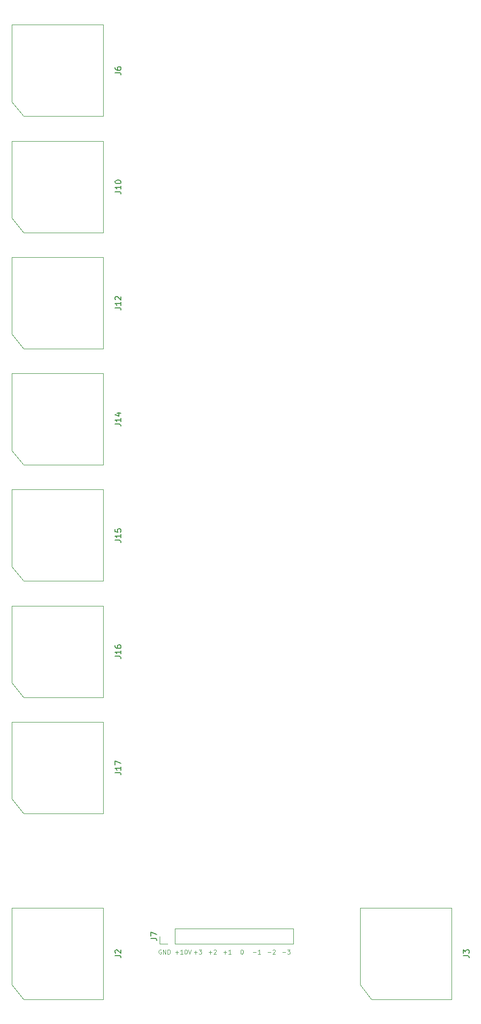
<source format=gbr>
%TF.GenerationSoftware,KiCad,Pcbnew,5.1.10-88a1d61d58~90~ubuntu20.04.1*%
%TF.CreationDate,2021-08-07T13:54:16-04:00*%
%TF.ProjectId,waveshaper,77617665-7368-4617-9065-722e6b696361,rev?*%
%TF.SameCoordinates,Original*%
%TF.FileFunction,Legend,Top*%
%TF.FilePolarity,Positive*%
%FSLAX46Y46*%
G04 Gerber Fmt 4.6, Leading zero omitted, Abs format (unit mm)*
G04 Created by KiCad (PCBNEW 5.1.10-88a1d61d58~90~ubuntu20.04.1) date 2021-08-07 13:54:16*
%MOMM*%
%LPD*%
G01*
G04 APERTURE LIST*
%ADD10C,0.100000*%
%ADD11C,0.120000*%
%ADD12C,0.150000*%
G04 APERTURE END LIST*
D10*
X249762142Y-180758571D02*
X250333571Y-180758571D01*
X250619285Y-180294285D02*
X251083571Y-180294285D01*
X250833571Y-180580000D01*
X250940714Y-180580000D01*
X251012142Y-180615714D01*
X251047857Y-180651428D01*
X251083571Y-180722857D01*
X251083571Y-180901428D01*
X251047857Y-180972857D01*
X251012142Y-181008571D01*
X250940714Y-181044285D01*
X250726428Y-181044285D01*
X250655000Y-181008571D01*
X250619285Y-180972857D01*
X247222142Y-180758571D02*
X247793571Y-180758571D01*
X248115000Y-180365714D02*
X248150714Y-180330000D01*
X248222142Y-180294285D01*
X248400714Y-180294285D01*
X248472142Y-180330000D01*
X248507857Y-180365714D01*
X248543571Y-180437142D01*
X248543571Y-180508571D01*
X248507857Y-180615714D01*
X248079285Y-181044285D01*
X248543571Y-181044285D01*
X244682142Y-180758571D02*
X245253571Y-180758571D01*
X246003571Y-181044285D02*
X245575000Y-181044285D01*
X245789285Y-181044285D02*
X245789285Y-180294285D01*
X245717857Y-180401428D01*
X245646428Y-180472857D01*
X245575000Y-180508571D01*
X242749285Y-180294285D02*
X242820714Y-180294285D01*
X242892142Y-180330000D01*
X242927857Y-180365714D01*
X242963571Y-180437142D01*
X242999285Y-180580000D01*
X242999285Y-180758571D01*
X242963571Y-180901428D01*
X242927857Y-180972857D01*
X242892142Y-181008571D01*
X242820714Y-181044285D01*
X242749285Y-181044285D01*
X242677857Y-181008571D01*
X242642142Y-180972857D01*
X242606428Y-180901428D01*
X242570714Y-180758571D01*
X242570714Y-180580000D01*
X242606428Y-180437142D01*
X242642142Y-180365714D01*
X242677857Y-180330000D01*
X242749285Y-180294285D01*
X239602142Y-180758571D02*
X240173571Y-180758571D01*
X239887857Y-181044285D02*
X239887857Y-180472857D01*
X240923571Y-181044285D02*
X240495000Y-181044285D01*
X240709285Y-181044285D02*
X240709285Y-180294285D01*
X240637857Y-180401428D01*
X240566428Y-180472857D01*
X240495000Y-180508571D01*
X237062142Y-180758571D02*
X237633571Y-180758571D01*
X237347857Y-181044285D02*
X237347857Y-180472857D01*
X237955000Y-180365714D02*
X237990714Y-180330000D01*
X238062142Y-180294285D01*
X238240714Y-180294285D01*
X238312142Y-180330000D01*
X238347857Y-180365714D01*
X238383571Y-180437142D01*
X238383571Y-180508571D01*
X238347857Y-180615714D01*
X237919285Y-181044285D01*
X238383571Y-181044285D01*
X234522142Y-180758571D02*
X235093571Y-180758571D01*
X234807857Y-181044285D02*
X234807857Y-180472857D01*
X235379285Y-180294285D02*
X235843571Y-180294285D01*
X235593571Y-180580000D01*
X235700714Y-180580000D01*
X235772142Y-180615714D01*
X235807857Y-180651428D01*
X235843571Y-180722857D01*
X235843571Y-180901428D01*
X235807857Y-180972857D01*
X235772142Y-181008571D01*
X235700714Y-181044285D01*
X235486428Y-181044285D01*
X235415000Y-181008571D01*
X235379285Y-180972857D01*
X231303571Y-180758571D02*
X231875000Y-180758571D01*
X231589285Y-181044285D02*
X231589285Y-180472857D01*
X232625000Y-181044285D02*
X232196428Y-181044285D01*
X232410714Y-181044285D02*
X232410714Y-180294285D01*
X232339285Y-180401428D01*
X232267857Y-180472857D01*
X232196428Y-180508571D01*
X233089285Y-180294285D02*
X233160714Y-180294285D01*
X233232142Y-180330000D01*
X233267857Y-180365714D01*
X233303571Y-180437142D01*
X233339285Y-180580000D01*
X233339285Y-180758571D01*
X233303571Y-180901428D01*
X233267857Y-180972857D01*
X233232142Y-181008571D01*
X233160714Y-181044285D01*
X233089285Y-181044285D01*
X233017857Y-181008571D01*
X232982142Y-180972857D01*
X232946428Y-180901428D01*
X232910714Y-180758571D01*
X232910714Y-180580000D01*
X232946428Y-180437142D01*
X232982142Y-180365714D01*
X233017857Y-180330000D01*
X233089285Y-180294285D01*
X233553571Y-180294285D02*
X233803571Y-181044285D01*
X234053571Y-180294285D01*
X228878571Y-180330000D02*
X228807142Y-180294285D01*
X228700000Y-180294285D01*
X228592857Y-180330000D01*
X228521428Y-180401428D01*
X228485714Y-180472857D01*
X228450000Y-180615714D01*
X228450000Y-180722857D01*
X228485714Y-180865714D01*
X228521428Y-180937142D01*
X228592857Y-181008571D01*
X228700000Y-181044285D01*
X228771428Y-181044285D01*
X228878571Y-181008571D01*
X228914285Y-180972857D01*
X228914285Y-180722857D01*
X228771428Y-180722857D01*
X229235714Y-181044285D02*
X229235714Y-180294285D01*
X229664285Y-181044285D01*
X229664285Y-180294285D01*
X230021428Y-181044285D02*
X230021428Y-180294285D01*
X230200000Y-180294285D01*
X230307142Y-180330000D01*
X230378571Y-180401428D01*
X230414285Y-180472857D01*
X230450000Y-180615714D01*
X230450000Y-180722857D01*
X230414285Y-180865714D01*
X230378571Y-180937142D01*
X230307142Y-181008571D01*
X230200000Y-181044285D01*
X230021428Y-181044285D01*
D11*
%TO.C,J17*%
X203150000Y-154350000D02*
X203150000Y-141100000D01*
X218900000Y-156850000D02*
X205200000Y-156850000D01*
X205200000Y-156850000D02*
X205150000Y-156850000D01*
X218900000Y-141100000D02*
X218900000Y-156850000D01*
X203150000Y-141100000D02*
X218900000Y-141100000D01*
X205150000Y-156850000D02*
X203150000Y-154350000D01*
%TO.C,J14*%
X203150000Y-94350000D02*
X203150000Y-81100000D01*
X218900000Y-96850000D02*
X205200000Y-96850000D01*
X205200000Y-96850000D02*
X205150000Y-96850000D01*
X218900000Y-81100000D02*
X218900000Y-96850000D01*
X203150000Y-81100000D02*
X218900000Y-81100000D01*
X205150000Y-96850000D02*
X203150000Y-94350000D01*
%TO.C,J15*%
X203150000Y-114350000D02*
X203150000Y-101100000D01*
X218900000Y-116850000D02*
X205200000Y-116850000D01*
X205200000Y-116850000D02*
X205150000Y-116850000D01*
X218900000Y-101100000D02*
X218900000Y-116850000D01*
X203150000Y-101100000D02*
X218900000Y-101100000D01*
X205150000Y-116850000D02*
X203150000Y-114350000D01*
%TO.C,J7*%
X228670000Y-179330000D02*
X228670000Y-178000000D01*
X230000000Y-179330000D02*
X228670000Y-179330000D01*
X231270000Y-179330000D02*
X231270000Y-176670000D01*
X231270000Y-176670000D02*
X251650000Y-176670000D01*
X231270000Y-179330000D02*
X251650000Y-179330000D01*
X251650000Y-179330000D02*
X251650000Y-176670000D01*
%TO.C,J12*%
X203150000Y-74350000D02*
X203150000Y-61100000D01*
X218900000Y-76850000D02*
X205200000Y-76850000D01*
X205200000Y-76850000D02*
X205150000Y-76850000D01*
X218900000Y-61100000D02*
X218900000Y-76850000D01*
X203150000Y-61100000D02*
X218900000Y-61100000D01*
X205150000Y-76850000D02*
X203150000Y-74350000D01*
%TO.C,J10*%
X203150000Y-54350000D02*
X203150000Y-41100000D01*
X218900000Y-56850000D02*
X205200000Y-56850000D01*
X205200000Y-56850000D02*
X205150000Y-56850000D01*
X218900000Y-41100000D02*
X218900000Y-56850000D01*
X203150000Y-41100000D02*
X218900000Y-41100000D01*
X205150000Y-56850000D02*
X203150000Y-54350000D01*
%TO.C,J6*%
X203150000Y-34350000D02*
X203150000Y-21100000D01*
X218900000Y-36850000D02*
X205200000Y-36850000D01*
X205200000Y-36850000D02*
X205150000Y-36850000D01*
X218900000Y-21100000D02*
X218900000Y-36850000D01*
X203150000Y-21100000D02*
X218900000Y-21100000D01*
X205150000Y-36850000D02*
X203150000Y-34350000D01*
%TO.C,J3*%
X263150000Y-186350000D02*
X263150000Y-173100000D01*
X278900000Y-188850000D02*
X265200000Y-188850000D01*
X265200000Y-188850000D02*
X265150000Y-188850000D01*
X278900000Y-173100000D02*
X278900000Y-188850000D01*
X263150000Y-173100000D02*
X278900000Y-173100000D01*
X265150000Y-188850000D02*
X263150000Y-186350000D01*
%TO.C,J2*%
X203150000Y-186350000D02*
X203150000Y-173100000D01*
X218900000Y-188850000D02*
X205200000Y-188850000D01*
X205200000Y-188850000D02*
X205150000Y-188850000D01*
X218900000Y-173100000D02*
X218900000Y-188850000D01*
X203150000Y-173100000D02*
X218900000Y-173100000D01*
X205150000Y-188850000D02*
X203150000Y-186350000D01*
%TO.C,J16*%
X203150000Y-134350000D02*
X203150000Y-121100000D01*
X218900000Y-136850000D02*
X205200000Y-136850000D01*
X205200000Y-136850000D02*
X205150000Y-136850000D01*
X218900000Y-121100000D02*
X218900000Y-136850000D01*
X203150000Y-121100000D02*
X218900000Y-121100000D01*
X205150000Y-136850000D02*
X203150000Y-134350000D01*
%TO.C,J17*%
D12*
X220952380Y-149809523D02*
X221666666Y-149809523D01*
X221809523Y-149857142D01*
X221904761Y-149952380D01*
X221952380Y-150095238D01*
X221952380Y-150190476D01*
X221952380Y-148809523D02*
X221952380Y-149380952D01*
X221952380Y-149095238D02*
X220952380Y-149095238D01*
X221095238Y-149190476D01*
X221190476Y-149285714D01*
X221238095Y-149380952D01*
X220952380Y-148476190D02*
X220952380Y-147809523D01*
X221952380Y-148238095D01*
%TO.C,J14*%
X220952380Y-89809523D02*
X221666666Y-89809523D01*
X221809523Y-89857142D01*
X221904761Y-89952380D01*
X221952380Y-90095238D01*
X221952380Y-90190476D01*
X221952380Y-88809523D02*
X221952380Y-89380952D01*
X221952380Y-89095238D02*
X220952380Y-89095238D01*
X221095238Y-89190476D01*
X221190476Y-89285714D01*
X221238095Y-89380952D01*
X221285714Y-87952380D02*
X221952380Y-87952380D01*
X220904761Y-88190476D02*
X221619047Y-88428571D01*
X221619047Y-87809523D01*
%TO.C,J15*%
X220952380Y-109809523D02*
X221666666Y-109809523D01*
X221809523Y-109857142D01*
X221904761Y-109952380D01*
X221952380Y-110095238D01*
X221952380Y-110190476D01*
X221952380Y-108809523D02*
X221952380Y-109380952D01*
X221952380Y-109095238D02*
X220952380Y-109095238D01*
X221095238Y-109190476D01*
X221190476Y-109285714D01*
X221238095Y-109380952D01*
X220952380Y-107904761D02*
X220952380Y-108380952D01*
X221428571Y-108428571D01*
X221380952Y-108380952D01*
X221333333Y-108285714D01*
X221333333Y-108047619D01*
X221380952Y-107952380D01*
X221428571Y-107904761D01*
X221523809Y-107857142D01*
X221761904Y-107857142D01*
X221857142Y-107904761D01*
X221904761Y-107952380D01*
X221952380Y-108047619D01*
X221952380Y-108285714D01*
X221904761Y-108380952D01*
X221857142Y-108428571D01*
%TO.C,J7*%
X227122380Y-178333333D02*
X227836666Y-178333333D01*
X227979523Y-178380952D01*
X228074761Y-178476190D01*
X228122380Y-178619047D01*
X228122380Y-178714285D01*
X227122380Y-177952380D02*
X227122380Y-177285714D01*
X228122380Y-177714285D01*
%TO.C,J12*%
X220952380Y-69809523D02*
X221666666Y-69809523D01*
X221809523Y-69857142D01*
X221904761Y-69952380D01*
X221952380Y-70095238D01*
X221952380Y-70190476D01*
X221952380Y-68809523D02*
X221952380Y-69380952D01*
X221952380Y-69095238D02*
X220952380Y-69095238D01*
X221095238Y-69190476D01*
X221190476Y-69285714D01*
X221238095Y-69380952D01*
X221047619Y-68428571D02*
X221000000Y-68380952D01*
X220952380Y-68285714D01*
X220952380Y-68047619D01*
X221000000Y-67952380D01*
X221047619Y-67904761D01*
X221142857Y-67857142D01*
X221238095Y-67857142D01*
X221380952Y-67904761D01*
X221952380Y-68476190D01*
X221952380Y-67857142D01*
%TO.C,J10*%
X220952380Y-49809523D02*
X221666666Y-49809523D01*
X221809523Y-49857142D01*
X221904761Y-49952380D01*
X221952380Y-50095238D01*
X221952380Y-50190476D01*
X221952380Y-48809523D02*
X221952380Y-49380952D01*
X221952380Y-49095238D02*
X220952380Y-49095238D01*
X221095238Y-49190476D01*
X221190476Y-49285714D01*
X221238095Y-49380952D01*
X220952380Y-48190476D02*
X220952380Y-48095238D01*
X221000000Y-48000000D01*
X221047619Y-47952380D01*
X221142857Y-47904761D01*
X221333333Y-47857142D01*
X221571428Y-47857142D01*
X221761904Y-47904761D01*
X221857142Y-47952380D01*
X221904761Y-48000000D01*
X221952380Y-48095238D01*
X221952380Y-48190476D01*
X221904761Y-48285714D01*
X221857142Y-48333333D01*
X221761904Y-48380952D01*
X221571428Y-48428571D01*
X221333333Y-48428571D01*
X221142857Y-48380952D01*
X221047619Y-48333333D01*
X221000000Y-48285714D01*
X220952380Y-48190476D01*
%TO.C,J6*%
X220952380Y-29333333D02*
X221666666Y-29333333D01*
X221809523Y-29380952D01*
X221904761Y-29476190D01*
X221952380Y-29619047D01*
X221952380Y-29714285D01*
X220952380Y-28428571D02*
X220952380Y-28619047D01*
X221000000Y-28714285D01*
X221047619Y-28761904D01*
X221190476Y-28857142D01*
X221380952Y-28904761D01*
X221761904Y-28904761D01*
X221857142Y-28857142D01*
X221904761Y-28809523D01*
X221952380Y-28714285D01*
X221952380Y-28523809D01*
X221904761Y-28428571D01*
X221857142Y-28380952D01*
X221761904Y-28333333D01*
X221523809Y-28333333D01*
X221428571Y-28380952D01*
X221380952Y-28428571D01*
X221333333Y-28523809D01*
X221333333Y-28714285D01*
X221380952Y-28809523D01*
X221428571Y-28857142D01*
X221523809Y-28904761D01*
%TO.C,J3*%
X280952380Y-181333333D02*
X281666666Y-181333333D01*
X281809523Y-181380952D01*
X281904761Y-181476190D01*
X281952380Y-181619047D01*
X281952380Y-181714285D01*
X280952380Y-180952380D02*
X280952380Y-180333333D01*
X281333333Y-180666666D01*
X281333333Y-180523809D01*
X281380952Y-180428571D01*
X281428571Y-180380952D01*
X281523809Y-180333333D01*
X281761904Y-180333333D01*
X281857142Y-180380952D01*
X281904761Y-180428571D01*
X281952380Y-180523809D01*
X281952380Y-180809523D01*
X281904761Y-180904761D01*
X281857142Y-180952380D01*
%TO.C,J2*%
X220952380Y-181333333D02*
X221666666Y-181333333D01*
X221809523Y-181380952D01*
X221904761Y-181476190D01*
X221952380Y-181619047D01*
X221952380Y-181714285D01*
X221047619Y-180904761D02*
X221000000Y-180857142D01*
X220952380Y-180761904D01*
X220952380Y-180523809D01*
X221000000Y-180428571D01*
X221047619Y-180380952D01*
X221142857Y-180333333D01*
X221238095Y-180333333D01*
X221380952Y-180380952D01*
X221952380Y-180952380D01*
X221952380Y-180333333D01*
%TO.C,J16*%
X220952380Y-129809523D02*
X221666666Y-129809523D01*
X221809523Y-129857142D01*
X221904761Y-129952380D01*
X221952380Y-130095238D01*
X221952380Y-130190476D01*
X221952380Y-128809523D02*
X221952380Y-129380952D01*
X221952380Y-129095238D02*
X220952380Y-129095238D01*
X221095238Y-129190476D01*
X221190476Y-129285714D01*
X221238095Y-129380952D01*
X220952380Y-127952380D02*
X220952380Y-128142857D01*
X221000000Y-128238095D01*
X221047619Y-128285714D01*
X221190476Y-128380952D01*
X221380952Y-128428571D01*
X221761904Y-128428571D01*
X221857142Y-128380952D01*
X221904761Y-128333333D01*
X221952380Y-128238095D01*
X221952380Y-128047619D01*
X221904761Y-127952380D01*
X221857142Y-127904761D01*
X221761904Y-127857142D01*
X221523809Y-127857142D01*
X221428571Y-127904761D01*
X221380952Y-127952380D01*
X221333333Y-128047619D01*
X221333333Y-128238095D01*
X221380952Y-128333333D01*
X221428571Y-128380952D01*
X221523809Y-128428571D01*
%TD*%
M02*

</source>
